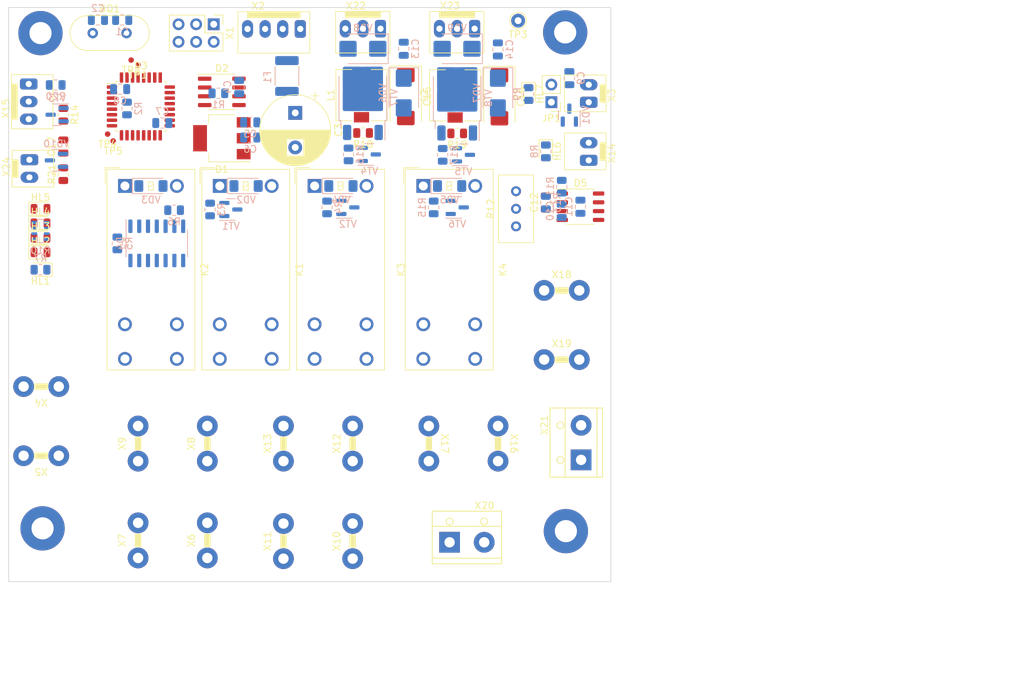
<source format=kicad_pcb>
(kicad_pcb (version 20221018) (generator pcbnew)

  (general
    (thickness 1.6)
  )

  (paper "A4")
  (layers
    (0 "F.Cu" signal)
    (31 "B.Cu" signal)
    (32 "B.Adhes" user "B.Adhesive")
    (33 "F.Adhes" user "F.Adhesive")
    (34 "B.Paste" user)
    (35 "F.Paste" user)
    (36 "B.SilkS" user "B.Silkscreen")
    (37 "F.SilkS" user "F.Silkscreen")
    (38 "B.Mask" user)
    (39 "F.Mask" user)
    (40 "Dwgs.User" user "User.Drawings")
    (41 "Cmts.User" user "User.Comments")
    (42 "Eco1.User" user "User.Eco1")
    (43 "Eco2.User" user "User.Eco2")
    (44 "Edge.Cuts" user)
    (45 "Margin" user)
    (46 "B.CrtYd" user "B.Courtyard")
    (47 "F.CrtYd" user "F.Courtyard")
    (48 "B.Fab" user)
    (49 "F.Fab" user)
    (50 "User.1" user)
    (51 "User.2" user)
    (52 "User.3" user)
    (53 "User.4" user)
    (54 "User.5" user)
    (55 "User.6" user)
    (56 "User.7" user)
    (57 "User.8" user)
    (58 "User.9" user)
  )

  (setup
    (pad_to_mask_clearance 0)
    (pcbplotparams
      (layerselection 0x00010fc_ffffffff)
      (plot_on_all_layers_selection 0x0000000_00000000)
      (disableapertmacros false)
      (usegerberextensions false)
      (usegerberattributes true)
      (usegerberadvancedattributes true)
      (creategerberjobfile true)
      (dashed_line_dash_ratio 12.000000)
      (dashed_line_gap_ratio 3.000000)
      (svgprecision 4)
      (plotframeref false)
      (viasonmask false)
      (mode 1)
      (useauxorigin false)
      (hpglpennumber 1)
      (hpglpenspeed 20)
      (hpglpendiameter 15.000000)
      (dxfpolygonmode true)
      (dxfimperialunits true)
      (dxfusepcbnewfont true)
      (psnegative false)
      (psa4output false)
      (plotreference true)
      (plotvalue true)
      (plotinvisibletext false)
      (sketchpadsonfab false)
      (subtractmaskfromsilk false)
      (outputformat 1)
      (mirror false)
      (drillshape 1)
      (scaleselection 1)
      (outputdirectory "")
    )
  )

  (net 0 "")
  (net 1 "Net-(D3-PF1)")
  (net 2 "Net-(D3-PF0)")
  (net 3 "GND")
  (net 4 "+12V")
  (net 5 "+3V3")
  (net 6 "E_STOP")
  (net 7 "Net-(D5A--)")
  (net 8 "Net-(D5A-+)")
  (net 9 "WATER")
  (net 10 "Net-(VD8-K)")
  (net 11 "Net-(VD9-K)")
  (net 12 "LIGHTS_SW")
  (net 13 "U1_RX")
  (net 14 "TXEN")
  (net 15 "U1_TX")
  (net 16 "Net-(D2-A)")
  (net 17 "Net-(D2-B)")
  (net 18 "RESET")
  (net 19 "Net-(D3-PA2)")
  (net 20 "Net-(D3-PA3)")
  (net 21 "LIGHTS")
  (net 22 "RL_EN")
  (net 23 "LED_AUX")
  (net 24 "LED_MAIN")
  (net 25 "LED_ERR")
  (net 26 "LED_ACT")
  (net 27 "unconnected-(D3-PA12-Pad22)")
  (net 28 "SWDIO")
  (net 29 "SWCLK")
  (net 30 "RL_AUX")
  (net 31 "RL_MAIN_uC")
  (net 32 "MOTOR1")
  (net 33 "MOTOR2")
  (net 34 "Net-(D3-PB6)")
  (net 35 "Net-(D3-PB7)")
  (net 36 "Net-(D4A-B)")
  (net 37 "LED_STOP")
  (net 38 "Net-(D4D-A)")
  (net 39 "RL_MAIN")
  (net 40 "Net-(X2-Pin_1)")
  (net 41 "unconnected-(H1-Pad1)")
  (net 42 "unconnected-(H2-Pad1)")
  (net 43 "unconnected-(H3-Pad1)")
  (net 44 "Net-(HL1-K)")
  (net 45 "Net-(HL2-K)")
  (net 46 "Net-(HL3-K)")
  (net 47 "Net-(HL4-K)")
  (net 48 "Net-(HL5-K)")
  (net 49 "Net-(HL6-K)")
  (net 50 "Net-(HL7-K)")
  (net 51 "/L_IN")
  (net 52 "/L_MAIN")
  (net 53 "Net-(VD2-A)")
  (net 54 "/N_IN")
  (net 55 "/N_MAIN")
  (net 56 "/L_AUX")
  (net 57 "/N_AUX")
  (net 58 "Net-(VD4-A)")
  (net 59 "Net-(X18-Pin_1)")
  (net 60 "Net-(X17-Pin_1)")
  (net 61 "Net-(X19-Pin_1)")
  (net 62 "Net-(X16-Pin_1)")
  (net 63 "Net-(VD5-A)")
  (net 64 "Net-(VD6-K)")
  (net 65 "Net-(VD7-K)")
  (net 66 "Net-(VT4-D)")
  (net 67 "Net-(VT5-D)")
  (net 68 "Net-(X15-Pin_1)")
  (net 69 "Net-(VT3-D)")
  (net 70 "unconnected-(X1-Pin_4-Pad4)")
  (net 71 "unconnected-(X15-Pin_2-Pad2)")
  (net 72 "unconnected-(X22-Pin_2-Pad2)")
  (net 73 "unconnected-(X23-Pin_2-Pad2)")

  (footprint "Package_SO:SOIC-8_3.9x4.9mm_P1.27mm" (layer "F.Cu") (at 72.6 45.1))

  (footprint "Relay_THT:Relay_SPST_Omron_G2RL-1A-E" (layer "F.Cu") (at 58.6 58.7))

  (footprint "Ecohim:Connector_TAB_6.35mm" (layer "F.Cu") (at 60.5 95.94 90))

  (footprint "Capacitor_SMD:C_0805_2012Metric" (layer "F.Cu") (at 119.4 61.1 90))

  (footprint "LED_SMD:LED_0805_2012Metric" (layer "F.Cu") (at 46.400001 64.099999))

  (footprint "Ecohim:TestPoint_Pad_D0.8mm_no_circle" (layer "F.Cu") (at 60.500001 41.2 180))

  (footprint "Ecohim:DS1070-3_WF-3_CONNFLY" (layer "F.Cu") (at 90.434999 35.965))

  (footprint "LED_SMD:LED_0805_2012Metric" (layer "F.Cu") (at 46.4 62))

  (footprint "Resistor_SMD:R_0805_2012Metric" (layer "F.Cu") (at 49.7 57 90))

  (footprint "Ecohim:Connector_TAB_6.35mm" (layer "F.Cu") (at 91.5 95.94 90))

  (footprint "LED_SMD:LED_0805_2012Metric" (layer "F.Cu") (at 46.400001 68.299999))

  (footprint "Capacitor_SMD:C_0805_2012Metric" (layer "F.Cu") (at 49.7 53 90))

  (footprint "Ecohim:Connector_TAB_6.35mm" (layer "F.Cu") (at 81.5 110.04 90))

  (footprint "Ecohim:TestPoint_Pad_D0.8mm_no_circle" (layer "F.Cu") (at 56.1 51.2 180))

  (footprint "Ecohim:Connector_TAB_6.35mm" (layer "F.Cu") (at 91.5 110.04 90))

  (footprint "Ecohim:Connector_TAB_6.35mm" (layer "F.Cu") (at 70.5 95.94 90))

  (footprint "Ecohim:Connector_TAB_6.35mm" (layer "F.Cu") (at 112.5 95.939999 -90))

  (footprint "Ecohim:TerminalBlock_KLS2-301-5.00-02P" (layer "F.Cu") (at 124.5 95.8 90))

  (footprint "Relay_THT:Relay_DPST_Omron_G2RL-2A" (layer "F.Cu") (at 101.7 58.7))

  (footprint "Ecohim:TestPoint_Pad_D0.8mm_no_circle" (layer "F.Cu") (at 59.500001 40.500001 180))

  (footprint "Connector_PinHeader_2.54mm:PinHeader_2x03_P2.54mm_Vertical" (layer "F.Cu") (at 71.425 35.325 -90))

  (footprint "MountingHole:MountingHole_3.2mm_M3_Pad" (layer "F.Cu") (at 46.7 108.2))

  (footprint "LED_SMD:LED_0805_2012Metric" (layer "F.Cu") (at 46.400001 70.8 180))

  (footprint "Ecohim:Connector_TAB_6.35mm" (layer "F.Cu") (at 121.7 73.8))

  (footprint "Ecohim:Connector_TAB_6.35mm" (layer "F.Cu") (at 81.5 95.94 90))

  (footprint "Package_TO_SOT_SMD:SOT-223-3_TabPin2" (layer "F.Cu") (at 72.6 51.8 180))

  (footprint "Resistor_SMD:R_0805_2012Metric" (layer "F.Cu") (at 106.6 51.100001 180))

  (footprint "MountingHole:MountingHole_3.2mm_M3_Pad" (layer "F.Cu") (at 122.3 108.6))

  (footprint "Resistor_SMD:R_0805_2012Metric" (layer "F.Cu") (at 93 51.04 180))

  (footprint "MountingHole:MountingHole_3.2mm_M3_Pad" (layer "F.Cu") (at 46.4 36.6))

  (footprint "Ecohim:TestPoint_Pad_D0.8mm_no_circle" (layer "F.Cu") (at 56.9 52.2 180))

  (footprint "Ecohim:TerminalBlock_KLS2-301-5.00-02P" (layer "F.Cu") (at 108 110.2125))

  (footprint "Ecohim:Connector_TAB_6.35mm" (layer "F.Cu") (at 60.5 109.94 90))

  (footprint "LED_SMD:LED_0805_2012Metric" (layer "F.Cu") (at 116.9 45.41 -90))

  (footprint "LED_SMD:LED_0805_2012Metric" (layer "F.Cu") (at 46.4 66.199999))

  (footprint "Potentiometer_THT:Potentiometer_Bourns_3296W_Vertical" (layer "F.Cu") (at 115.1 59.46 90))

  (footprint "Ecohim:DS1070-3_WF-3_CONNFLY" (layer "F.Cu") (at 104.035001 35.965))

  (footprint "TestPoint:TestPoint_THTPad_D2.0mm_Drill1.0mm" (layer "F.Cu") (at 115.4 34.8 180))

  (footprint "Ecohim:L_7.3x7.3_H4.5" (layer "F.Cu") (at 92.775 45.565 90))

  (footprint "Ecohim:Connector_TAB_6.35mm" (layer "F.Cu") (at 102.5 95.94 -90))

  (footprint "Relay_THT:Relay_DPST_Omron_G2RL-2A" (layer "F.Cu") (at 86 58.7))

  (footprint "Capacitor_Tantalum_SMD:CP_EIA-7343-31_Kemet-D" (layer "F.Cu") (at 112.7 45.8 -90))

  (footprint "Ecohim:DS1070-2_WF-2_CONNFLY" (layer "F.Cu") (at 125.6 52.45 -90))

  (footprint "Capacitor_Tantalum_SMD:CP_EIA-7343-31_Kemet-D" (layer "F.Cu") (at 99.175 45.765 -90))

  (footprint "MountingHole:MountingHole_3.2mm_M3_Pad" (layer "F.Cu") (at 122.2 36.5))

  (footprint "Ecohim:Connector_TAB_6.35mm" (layer "F.Cu") (at 70.5 109.94 90))

  (footprint "Package_SO:SOP-8_3.9x4.9mm_P1.27mm" (layer "F.Cu") (at 124.4 61.7))

  (footprint "Resistor_SMD:R_0805_2012Metric" (layer "F.Cu") (at 49.7 48.4 -90))

  (footprint "Ecohim:Connector_TAB_6.35mm" (layer "F.Cu") (at 46.5 87.7 180))

  (footprint "Capacitor_THT:CP_Radial_D10.0mm_P5.00mm" (layer "F.Cu") (at 83.2 48.132323 -90))

  (footprint "Package_QFP:LQFP-32_7x7mm_P0.8mm" (layer "F.Cu") (at 60.9 47.2))

  (footprint "Ecohim:Connector_TAB_6.35mm" (layer "F.Cu")
    (tstamp e0b4425b-e5ad-4dc4-9b65-aaa38b02e47d)
    (at 121.7 83.8)
    (descr "Tab 6.35mm x 0.8mm blade connector")
    (tags "faston, tab, 6.35, 6.3, blade")
    (property "Label" "Pump N")
    (property "Sheetfile" "RS485_Relay_V2R1.kicad_sch")
    (property "Sheetname" "")
    (property "ki_description" "Generic connector, single row, 01x01, script generated (kicad-library-utils/schlib/autogen/connector/)")
    (property "ki_keywords" "connector")
    (path "/f4c1eb96-c2d8-41cd-9402-65900eff3135")
    (attr through_hole)
    (fp_text reference "X19" (at 0 -2.3 unlocked) (layer "F.SilkS")
        (effects (font (size 1 1) (thickness 0.15)))
      (tstamp 6ac1211b-91c7-4966-a9d9-6d1ed30a9e71)
    )
    (fp_text value "Blade 6mm" (at 0 2.6 unlocked) (layer "F.Fab")
        (effects (font (size 1 1) (thickness 0.15)))
      (tstamp d862065c-2de4-4174-a2b3-54f693eb0aad)
    )
    (fp_text user "${REFERENCE}" (at 0 4.1 unlocked) (layer "F.Fab")
        (effects (font (size 1 1) (thickness 0.15)))
      (tstamp 30226402-7133-47e3-9c2d-bca65e059b7f)
    )
    (fp_rect (start -0.9 -0.4) (end 0.9 0.4)
      (stroke (width 
... [224051 chars truncated]
</source>
